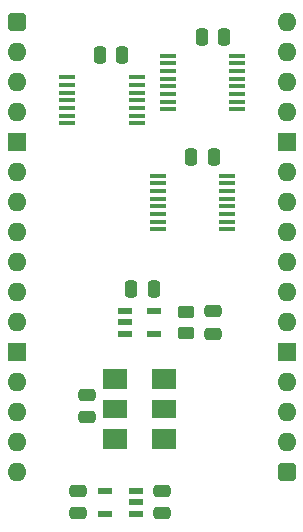
<source format=gts>
%TF.GenerationSoftware,KiCad,Pcbnew,9.0.2*%
%TF.CreationDate,2025-06-17T16:08:08+02:00*%
%TF.ProjectId,Coprocessor Memory Select,436f7072-6f63-4657-9373-6f72204d656d,V0*%
%TF.SameCoordinates,Original*%
%TF.FileFunction,Soldermask,Top*%
%TF.FilePolarity,Negative*%
%FSLAX46Y46*%
G04 Gerber Fmt 4.6, Leading zero omitted, Abs format (unit mm)*
G04 Created by KiCad (PCBNEW 9.0.2) date 2025-06-17 16:08:08*
%MOMM*%
%LPD*%
G01*
G04 APERTURE LIST*
G04 Aperture macros list*
%AMRoundRect*
0 Rectangle with rounded corners*
0 $1 Rounding radius*
0 $2 $3 $4 $5 $6 $7 $8 $9 X,Y pos of 4 corners*
0 Add a 4 corners polygon primitive as box body*
4,1,4,$2,$3,$4,$5,$6,$7,$8,$9,$2,$3,0*
0 Add four circle primitives for the rounded corners*
1,1,$1+$1,$2,$3*
1,1,$1+$1,$4,$5*
1,1,$1+$1,$6,$7*
1,1,$1+$1,$8,$9*
0 Add four rect primitives between the rounded corners*
20,1,$1+$1,$2,$3,$4,$5,0*
20,1,$1+$1,$4,$5,$6,$7,0*
20,1,$1+$1,$6,$7,$8,$9,0*
20,1,$1+$1,$8,$9,$2,$3,0*%
G04 Aperture macros list end*
%ADD10RoundRect,0.250000X0.250000X0.475000X-0.250000X0.475000X-0.250000X-0.475000X0.250000X-0.475000X0*%
%ADD11RoundRect,0.400000X-0.400000X-0.400000X0.400000X-0.400000X0.400000X0.400000X-0.400000X0.400000X0*%
%ADD12O,1.600000X1.600000*%
%ADD13R,1.600000X1.600000*%
%ADD14R,1.475000X0.450000*%
%ADD15R,1.450000X0.450000*%
%ADD16RoundRect,0.250000X0.475000X-0.250000X0.475000X0.250000X-0.475000X0.250000X-0.475000X-0.250000X0*%
%ADD17R,2.000000X1.800000*%
%ADD18R,2.000000X1.600000*%
%ADD19RoundRect,0.250000X-0.450000X0.262500X-0.450000X-0.262500X0.450000X-0.262500X0.450000X0.262500X0*%
%ADD20R,1.250000X0.600000*%
%ADD21RoundRect,0.250000X-0.475000X0.250000X-0.475000X-0.250000X0.475000X-0.250000X0.475000X0.250000X0*%
%ADD22R,1.150000X0.600000*%
G04 APERTURE END LIST*
D10*
%TO.C,C6*%
X16682000Y-11430000D03*
X14782000Y-11430000D03*
%TD*%
%TO.C,C5*%
X17571000Y-1270000D03*
X15671000Y-1270000D03*
%TD*%
D11*
%TO.C,J2*%
X0Y0D03*
D12*
X0Y-2540000D03*
X0Y-5080000D03*
X0Y-7620000D03*
D13*
X0Y-10160000D03*
D12*
X0Y-12700000D03*
X0Y-15240000D03*
X0Y-17780000D03*
X0Y-20320000D03*
X0Y-22860000D03*
X0Y-25400000D03*
D13*
X0Y-27940000D03*
D12*
X0Y-30480000D03*
X0Y-33020000D03*
X0Y-35560000D03*
X0Y-38100000D03*
D11*
X22860000Y-38100000D03*
D12*
X22860000Y-35560000D03*
X22860000Y-33020000D03*
X22860000Y-30480000D03*
D13*
X22860000Y-27940000D03*
D12*
X22860000Y-25400000D03*
X22860000Y-22860000D03*
X22860000Y-20320000D03*
X22860000Y-17780000D03*
X22860000Y-15240000D03*
X22860000Y-12700000D03*
D13*
X22860000Y-10160000D03*
D12*
X22860000Y-7620000D03*
X22860000Y-5080000D03*
X22860000Y-2540000D03*
X22860000Y0D03*
%TD*%
D14*
%TO.C,IC4*%
X4301000Y-4654000D03*
X4301000Y-5304000D03*
X4301000Y-5954000D03*
X4301000Y-6604000D03*
X4301000Y-7254000D03*
X4301000Y-7904000D03*
X4301000Y-8554000D03*
X10177000Y-8554000D03*
X10177000Y-7904000D03*
X10177000Y-7254000D03*
X10177000Y-6604000D03*
X10177000Y-5954000D03*
X10177000Y-5304000D03*
X10177000Y-4654000D03*
%TD*%
D15*
%TO.C,IC1*%
X11934000Y-12965000D03*
X11934000Y-13615000D03*
X11934000Y-14265000D03*
X11934000Y-14915000D03*
X11934000Y-15565000D03*
X11934000Y-16215000D03*
X11934000Y-16865000D03*
X11934000Y-17515000D03*
X17784000Y-17515000D03*
X17784000Y-16865000D03*
X17784000Y-16215000D03*
X17784000Y-15565000D03*
X17784000Y-14915000D03*
X17784000Y-14265000D03*
X17784000Y-13615000D03*
X17784000Y-12965000D03*
%TD*%
D16*
%TO.C,C4*%
X5969000Y-33446000D03*
X5969000Y-31546000D03*
%TD*%
D10*
%TO.C,C2*%
X8935000Y-2794000D03*
X7035000Y-2794000D03*
%TD*%
%TO.C,C1*%
X11602000Y-22606000D03*
X9702000Y-22606000D03*
%TD*%
D17*
%TO.C,Y1*%
X12514000Y-35306000D03*
D18*
X12514000Y-32766000D03*
D17*
X12514000Y-30226000D03*
X8314000Y-30226000D03*
D18*
X8314000Y-32766000D03*
D17*
X8314000Y-35306000D03*
%TD*%
D19*
%TO.C,R7*%
X14361000Y-24487500D03*
X14361000Y-26312500D03*
%TD*%
D20*
%TO.C,IC12*%
X9164000Y-24450000D03*
X9164000Y-25400000D03*
X9164000Y-26350000D03*
X11664000Y-26350000D03*
X11664000Y-24450000D03*
%TD*%
D15*
%TO.C,IC9*%
X12823000Y-2805000D03*
X12823000Y-3455000D03*
X12823000Y-4105000D03*
X12823000Y-4755000D03*
X12823000Y-5405000D03*
X12823000Y-6055000D03*
X12823000Y-6705000D03*
X12823000Y-7355000D03*
X18673000Y-7355000D03*
X18673000Y-6705000D03*
X18673000Y-6055000D03*
X18673000Y-5405000D03*
X18673000Y-4755000D03*
X18673000Y-4105000D03*
X18673000Y-3455000D03*
X18673000Y-2805000D03*
%TD*%
D21*
%TO.C,C3*%
X16637000Y-24466000D03*
X16637000Y-26366000D03*
%TD*%
D16*
%TO.C,C9*%
X5207000Y-41574000D03*
X5207000Y-39674000D03*
%TD*%
%TO.C,C8*%
X12319000Y-41574000D03*
X12319000Y-39674000D03*
%TD*%
D22*
%TO.C,IC5*%
X10063000Y-41590000D03*
X10063000Y-40640000D03*
X10063000Y-39690000D03*
X7463000Y-39690000D03*
X7463000Y-41590000D03*
%TD*%
M02*

</source>
